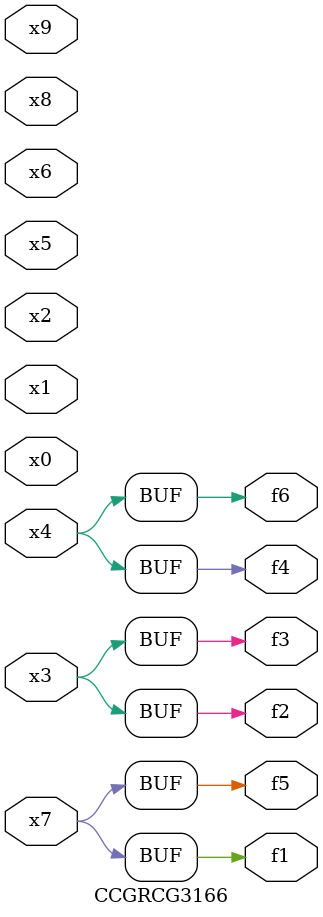
<source format=v>
module CCGRCG3166(
	input x0, x1, x2, x3, x4, x5, x6, x7, x8, x9,
	output f1, f2, f3, f4, f5, f6
);
	assign f1 = x7;
	assign f2 = x3;
	assign f3 = x3;
	assign f4 = x4;
	assign f5 = x7;
	assign f6 = x4;
endmodule

</source>
